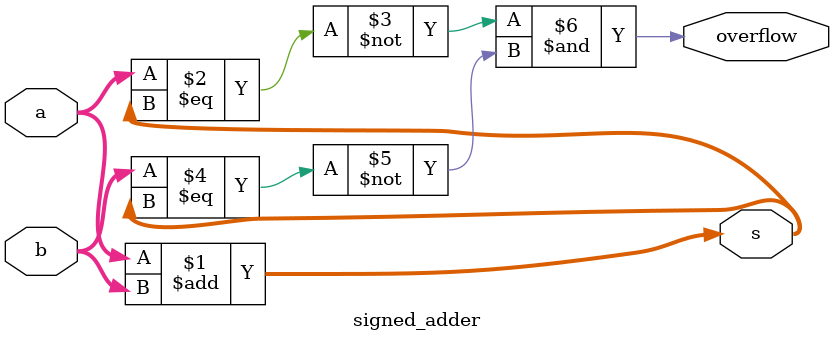
<source format=v>

module signed_adder(input [7:0] a,
    input [7:0] b,
    output [7:0] s,
    output overflow
); 

// The numbers a and b are added to the output s. 
// assign the occurence of the signed overflow of a and b to the output overflow.
// a signed overflow occurs if the most significant bits of a and b are low and the most significant bit of s is high
// a signed overflow may also occur if the most significant bits of a and b are high and the most significant bit of s is low



assign    s = a + b;

// caused the signed overflow
assign    overflow = ~(a == s) & ~(b == s); 

endmodule

</source>
